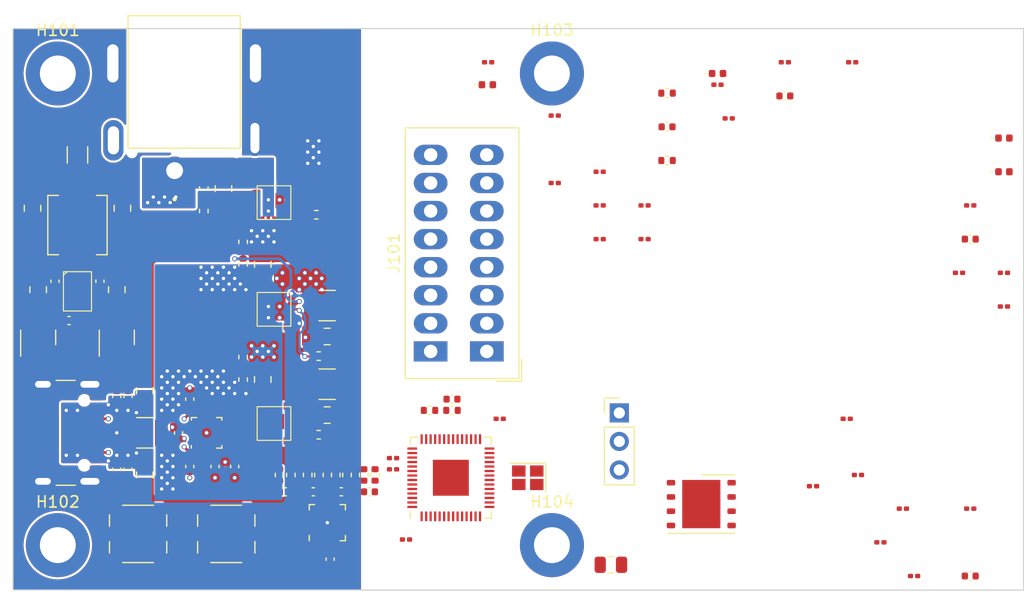
<source format=kicad_pcb>
(kicad_pcb (version 20221018) (generator pcbnew)
  (layers (0 "F.Cu" signal) (1 "In1.Cu" signal) (2 "In2.Cu" signal) (31 "B.Cu" signal) (34 "B.Paste" user) (35 "F.Paste" user) (36 "B.SilkS" user "B.Silkscreen") (37 "F.SilkS" user "F.Silkscreen") (38 "B.Mask" user) (39 "F.Mask" user) (44 "Edge.Cuts" user))
  (net 0 "")
  (net 1 "GND")
  (net 2 "Net-(C202-Pad1)")
  (net 3 "/PD Current Sense and USB-C/PP-VS+")
  (net 4 "/PD Current Sense and USB-C/PP-VS-")
  (net 5 "/PD Power Path/ADAPTER_VIN")
  (net 6 "/PD Power Path/ADAP-VSNS")
  (net 7 "/5V Power Path/VUSB_5V_SENSE")
  (net 8 "/5V Power Path/5V-PP-VS+")
  (net 9 "/5V Power Path/5V-PP-VS-")
  (net 10 "+3.3VP")
  (net 11 "Net-(U402-SENSE1+)")
  (net 12 "Net-(U402-SENSE1-)")
  (net 13 "/PD Current Sense and USB-C/VBUS_SENSE")
  (net 14 "Net-(J401-CC2)")
  (net 15 "Net-(J401-CC1)")
  (net 16 "Net-(U402-SENSE4+)")
  (net 17 "Net-(U402-SENSE4-)")
  (net 19 "Net-(U403-BOOT)")
  (net 20 "Net-(U201-VOV)")
  (net 21 "Net-(U201-ISEN)")
  (net 22 "Net-(U202-VOV)")
  (net 23 "Net-(U202-ISEN)")
  (net 24 "Net-(U403-NC{slash}SW)")
  (net 25 "Net-(U403-FB)")
  (net 26 "Net-(C416-Pad2)")
  (net 32 "Net-(D401-K)")
  (net 33 "Net-(U403-VCC)")
  (net 34 "Net-(U502-VREG_VOUT)")
  (net 35 "Net-(C512-Pad1)")
  (net 41 "Net-(U502-XIN)")
  (net 42 "Net-(D501-A)")
  (net 43 "Net-(D502-A)")
  (net 44 "Net-(D503-A)")
  (net 45 "Net-(D504-A)")
  (net 46 "/PD Current Sense and USB-C/D+")
  (net 47 "/PD Current Sense and USB-C/D-")
  (net 48 "/PD Current Sense and USB-C/SBU1")
  (net 49 "/PD Current Sense and USB-C/SBU2")
  (net 50 "Net-(J501-Pin_1)")
  (net 51 "Net-(J501-Pin_3)")
  (net 52 "/PD Power Path/PP-~{FAULT}")
  (net 53 "/PD Power Path/ADAP-~{FAULT}")
  (net 54 "Net-(U301-VOV)")
  (net 55 "/5V Power Path/VUSB_5V_~{FAULT}")
  (net 56 "Net-(U301-ISEN)")
  (net 57 "/PD Current Sense and USB-C/PD-SENSE-~{ALERT1}")
  (net 58 "/PD Current Sense and USB-C/PD-SENSE-~{ALERT2}")
  (net 59 "/PD Current Sense and USB-C/SDA")
  (net 60 "/PD Current Sense and USB-C/SCL")
  (net 61 "/PD Current Sense and USB-C/USB-C-~{INT}")
  (net 62 "/RP2040/RUN")
  (net 63 "Net-(U502-USB_DP)")
  (net 64 "Net-(U502-USB_DM)")
  (net 65 "Net-(U501-~{CS})")
  (net 66 "Net-(R508-Pad1)")
  (net 67 "Net-(U502-XOUT)")
  (net 72 "/PD Power Path/PP-EN")
  (net 73 "/PD Power Path/PP-DIR")
  (net 74 "/PD Power Path/PP-DSC")
  (net 75 "/PD Power Path/ADAP-EN")
  (net 76 "/5V Power Path/VUSB_5V_EN")
  (net 77 "/5V Power Path/VUSB_5V_DIR")
  (net 78 "/5V Power Path/VUSB_5V_DSC")
  (net 85 "/PD Current Sense and USB-C/PD-SENSE-~{PWRDN}")
  (net 87 "Net-(U501-DO(IO1))")
  (net 88 "Net-(U501-IO2)")
  (net 89 "Net-(U501-DI(IO0))")
  (net 90 "Net-(U501-CLK)")
  (net 91 "Net-(U501-IO3)")
  (net 92 "/RP2040/GPIO6")
  (net 93 "/RP2040/GPIO7")
  (net 94 "/RP2040/GPIO8")
  (net 95 "/RP2040/GPIO9")
  (net 96 "/RP2040/GPIO10")
  (net 97 "/RP2040/GPIO11")
  (net 98 "/RP2040/GPIO12")
  (net 99 "/RP2040/GPIO13")
  (net 100 "/RP2040/GPIO14")
  (net 101 "/RP2040/GPIO15")
  (net 103 "/RP2040/ADC1")
  (net 104 "/RP2040/ADC2")
  (net 105 "/RP2040/ADC3")
  (net 106 "/VBUS")
  (net 107 "/PP-5V")
  (net 108 "/PP-HV")
  (footprint "Resistor_SMD:R_0201_0603Metric" (layer "F.Cu") (at 132 84)
    (fp_text reference "R504" hide)
    (fp_text value "10K" hide)
  )
  (footprint "Resistor_SMD:R_0201_0603Metric" (layer "F.Cu") (at 91.755 89.75)
    (fp_text reference "R507" hide)
    (fp_text value "10K" hide)
  )
  (footprint "Capacitor_SMD:C_0402_1005Metric" (layer "F.Cu") (at 115 53)
    (fp_text reference "C416" hide)
    (fp_text value "11pF 50V" hide)
  )
  (footprint "Capacitor_SMD:C_0805_2012Metric" (layer "F.Cu") (at 59 67.5 90)
    (fp_text reference "C418" hide)
    (fp_text value "4.7uF 50V X5R" hide)
  )
  (footprint "Capacitor_SMD:C_0805_2012Metric" (layer "F.Cu") (at 58.5 60.25 90)
    (fp_text reference "C422" hide)
    (fp_text value "22uF 10V X5R" hide)
  )
  (footprint "Resistor_SMD:R_0201_0603Metric" (layer "F.Cu") (at 145 69)
    (fp_text reference "R513" hide)
    (fp_text value "470R" hide)
  )
  (footprint "Crystal:Crystal_SMD_EuroQuartz_X22-4Pin_2.5x2.0mm" (layer "F.Cu") (at 102.6 84.25 180)
    (fp_text reference "Y501" hide)
    (fp_text value "12.000 MHz" hide)
  )
  (footprint "usb-c:19-VQFN-Q8A-3x3x0.9-2EP" (layer "F.Cu") (at 80 79.42)
    (fp_text reference "U301" hide)
    (fp_text value "UCS3205" hide)
  )
  (footprint "Resistor_SMD:R_0402_1005Metric" (layer "F.Cu") (at 83.77 60.83)
    (fp_text reference "R212" hide)
    (fp_text value "470R" hide)
  )
  (footprint "Capacitor_SMD:C_0201_0603Metric" (layer "F.Cu") (at 99.07 47.25)
    (fp_text reference "C506" hide)
    (fp_text value "100nF 6.3V" hide)
  )
  (footprint "Capacitor_SMD:C_0201_0603Metric" (layer "F.Cu") (at 136 87)
    (fp_text reference "C511" hide)
    (fp_text value "100nF 6.3V" hide)
  )
  (footprint "Resistor_SMD:R_0201_0603Metric" (layer "F.Cu") (at 145 66)
    (fp_text reference "R510" hide)
    (fp_text value "470R" hide)
  )
  (footprint "Resistor_SMD:R_0402_1005Metric" (layer "F.Cu") (at 81.5 84 -90)
    (fp_text reference "R203" hide)
    (fp_text value "10R" hide)
  )
  (footprint "Resistor_SMD:R_0402_1005Metric" (layer "F.Cu") (at 80.5 84 -90)
    (fp_text reference "R204" hide)
    (fp_text value "10R" hide)
  )
  (footprint "Capacitor_SMD:C_0402_1005Metric" (layer "F.Cu") (at 86 85.5)
    (fp_text reference "C414" hide)
    (fp_text value "100nF" hide)
  )
  (footprint "Capacitor_SMD:C_0805_2012Metric" (layer "F.Cu") (at 84.73 78.67)
    (fp_text reference "C302" hide)
    (fp_text value "10uF 35V" hide)
  )
  (footprint "Capacitor_SMD:C_0805_2012Metric" (layer "F.Cu") (at 84.73 71.67)
    (fp_text reference "C202" hide)
    (fp_text value "10uF 35V" hide)
  )
  (footprint "Resistor_SMD:R_0201_0603Metric" (layer "F.Cu") (at 120.49 52.25)
    (fp_text reference "R511" hide)
    (fp_text value "470R" hide)
  )
  (footprint "Resistor_SMD:R_0402_1005Metric" (layer "F.Cu") (at 77.25 63.249999 90)
    (fp_text reference "R205" hide)
    (fp_text value "10K 1%" hide)
  )
  (footprint "Capacitor_SMD:C_0201_0603Metric" (layer "F.Cu") (at 141 66)
    (fp_text reference "C512" hide)
    (fp_text value "27pF" hide)
  )
  (footprint "LED_SMD:LED_0402_1005Metric" (layer "F.Cu") (at 119.5 48.25)
    (fp_text reference "D503" hide)
    (fp_text value "TZ-P2-0402GTIA1-0.45T" hide)
  )
  (footprint "digikey:CUI_PJ-068B-SMT-TR" (layer "F.Cu") (at 72 49 -90)
    (fp_text reference "J201" hide)
    (fp_text value "PJ-068B-SMT-TR" hide)
    (fp_line (start -4.7 -5.15) (end -4.7 -12.15) (stroke (width 0.01)) (layer "Edge.Cuts"))
    (fp_line (start -4.7 5.15) (end 6.3 5.15) (stroke (width 0.01)) (layer "Edge.Cuts"))
    (fp_line (start -4.7 12.15) (end -4.7 5.15) (stroke (width 0.01)) (layer "Edge.Cuts"))
    (fp_line (start 6.3 -5.15) (end -4.7 -5.15) (stroke (width 0.01)) (layer "Edge.Cuts"))
    (fp_line (start 6.3 -4.15) (end 6.3 4.15) (stroke (width 0.01)) (layer "Edge.Cuts"))
    (fp_arc (start 6.3 -5.15) (mid 6.653553 -5.003553) (end 6.8 -4.65) (stroke (width 0.01)) (layer "Edge.Cuts"))
    (fp_arc (start 6.3 4.15) (mid 6.653553 4.296447) (end 6.8 4.65) (stroke (width 0.01)) (layer "Edge.Cuts"))
    (fp_arc (start 6.8 -4.65) (mid 6.653553 -4.296447) (end 6.3 -4.15) (stroke (width 0.01)) (layer "Edge.Cuts"))
    (fp_arc (start 6.8 4.65) (mid 6.653553 5.003553) (end 6.3 5.15) (stroke (width 0.01)) (layer "Edge.Cuts"))
  )
  (footprint "usb-c:TI-RNX0012A-VQFN-HR" (layer "F.Cu") (at 62.5 67.65 -90)
    (fp_text reference "U403" hide)
    (fp_text value "LMR36006CRNX" hide)
  )
  (footprint "Package_TO_SOT_SMD:SOT-23" (layer "F.Cu") (at 66 71.75 90)
    (fp_text reference "D401" hide)
    (fp_text value "PMEG3005CT" hide)
  )
  (footprint "Package_DFN_QFN:VQFN-16-1EP_3x3mm_P0.5mm_EP1.1x1.1mm" (layer "F.Cu") (at 84.75 88.25 90)
    (fp_text reference "U402" hide)
    (fp_text value "PAC1954x-x4MX" hide)
  )
  (footprint "Resistor_SMD:R_0402_1005Metric" (layer "F.Cu") (at 86.5 84 -90)
    (fp_text reference "R407" hide)
    (fp_text value "10R" hide)
  )
  (footprint "Capacitor_SMD:C_0201_0603Metric" (layer "F.Cu") (at 100.1 79)
    (fp_text reference "C504" hide)
    (fp_text value "100nF 6.3V" hide)
  )
  (footprint "Capacitor_SMD:C_0402_1005Metric" (layer "F.Cu") (at 60.5 66.749999 90)
    (fp_text reference "C420" hide)
    (fp_text value "0.1uF 50V X5R" hide)
  )
  (footprint "Resistor_SMD:R_0201_0603Metric" (layer "F.Cu") (at 105 52)
    (fp_text reference "R503" hide)
    (fp_text value "10K" hide)
  )
  (footprint "Inductor_SMD:L_Vishay_IHLP-2020" (layer "F.Cu") (at 62.5 61.75 90)
    (fp_text reference "L401" hide)
    (fp_text value "6.8uH IHLP2020BZER6R8M01" hide)
  )
  (footprint "Resistor_SMD:R_0201_0603Metric" (layer "F.Cu") (at 90.6 82.5)
    (fp_text reference "R506" hide)
    (fp_text value "27R4" hide)
  )
  (footprint "Capacitor_SMD:C_0201_0603Metric" (layer "F.Cu") (at 125.49 47.25)
    (fp_text reference "C509" hide)
    (fp_text value "100nF 6.3V" hide)
  )
  (footprint "Resistor_SMD:R_0402_1005Metric" (layer "F.Cu") (at 95.85 78.25)
    (fp_text reference "R213" hide)
    (fp_text value "1K 1%" hide)
  )
  (footprint "MountingHole:MountingHole_3.2mm_M3_ISO7380_Pad" (layer "F.Cu") (at 60.75 90.25)
    (fp_text reference "H102")
    (fp_text value "MountingHole")
  )
  (footprint "Connector_PinHeader_2.54mm:PinHeader_1x03_P2.54mm_Vertical" (layer "F.Cu") (at 110.75 78.475)
    (fp_text reference "J501" hide)
    (fp_text value "Conn_01x03" hide)
  )
  (footprint "Capacitor_SMD:C_0402_1005Metric" (layer "F.Cu") (at 64.5 66.749999 90)
    (fp_text reference "C419" hide)
    (fp_text value "0.1uF 50V X5R" hide)
  )
  (footprint "Resistor_SMD:R_0402_1005Metric" (layer "F.Cu") (at 77.25 75.5 90)
    (fp_text reference "R302" hide)
    (fp_text value "34K 1%" hide)
  )
  (footprint "Resistor_SMD:R_0402_1005Metric" (layer "F.Cu") (at 73.75 58.5 -90)
    (fp_text reference "R208" hide)
    (fp_text value "165K 1%" hide)
  )
  (footprint "Button_Switch_SMD:SW_SPST_Panasonic_EVQPL_3PL_5PL_PT_A15" (layer "F.Cu") (at 75.75 89.25)
    (fp_text reference "SW501" hide)
    (fp_text value "RUN" hide)
  )
  (footprint "Capacitor_SMD:C_0402_1005Metric" (layer "F.Cu") (at 85 91.5 90)
    (fp_text reference "C405" hide)
    (fp_text value "0.1uF 10V X7R" hide)
  )
  (footprint "Connector_USB:USB_C_Receptacle_GCT_USB4105-xx-A_16P_TopMnt_Horizontal" (layer "F.Cu") (at 60.5 80.25 -90)
    (fp_text reference "J401" hide)
    (fp_text value "USB_C_Receptacle_USB2.0" hide)
  )
  (footprint "Resistor_SMD:R_0402_1005Metric" (layer "F.Cu") (at 83.98 80.42)
    (fp_text reference "R307" hide)
    (fp_text value "470R" hide)
  )
  (footprint "Capacitor_SMD:C_0402_1005Metric" (layer "F.Cu") (at 81 85.5 180)
    (fp_text reference "C203" hide)
    (fp_text value "100nF" hide)
  )
  (footprint "Resistor_SMD:R_0402_1005Metric" (layer "F.Cu") (at 73.75 60.500001 -90)
    (fp_text reference "R210" hide)
    (fp_text value "10K 1%" hide)
  )
  (footprint "usb-c:19-VQFN-Q8A-3x3x0.9-2EP" (layer "F.Cu") (at 80 59.75)
    (fp_text reference "U202" hide)
    (fp_text value "UCS3205" hide)
  )
  (footprint "Resistor_SMD:R_1210_3225Metric" (layer "F.Cu") (at 68.5 80.25)
    (fp_text reference "R401" hide)
    (fp_text value "0.018R 1W 1%" hide)
  )
  (footprint "Package_DFN_QFN:QFN-56-1EP_7x7mm_P0.4mm_EP3.2x3.2mm" (layer "F.Cu") (at 95.75 84.25 90)
    (fp_text reference "U502" hide)
    (fp_text value "RP2040" hide)
  )
  (footprint "Resistor_SMD:R_0402_1005Metric" (layer "F.Cu") (at 84 84 -90)
    (fp_text reference "R402" hide)
    (fp_text value "10R" hide)
  )
  (footprint "MountingHole:MountingHole_3.2mm_M3_ISO7380_Pad" (layer "F.Cu") (at 104.75 48.25)
    (fp_text reference "H103")
    (fp_text value "MountingHole")
  )
  (footprint "Resistor_SMD:R_0201_0603Metric" (layer "F.Cu") (at 84 91.25 90)
    (fp_text reference "R404" hide)
    (fp_text value "10K" hide)
  )
  (footprint "Capacitor_SMD:C_0402_1005Metric" (layer "F.Cu") (at 67 77 90)
    (fp_text reference "C407" hide)
    (fp_text value "0.1uF 50V X5R" hide)
  )
  (footprint "Capacitor_SMD:C_0201_0603Metric" (layer "F.Cu") (at 142 60)
    (fp_text reference "C513" hide)
    (fp_text value "27pF" hide)
  )
  (footprint "Capacitor_SMD:C_0805_2012Metric" (layer "F.Cu") (at 79 75.5 90)
    (fp_text reference "C301" hide)
    (fp_text value "22UF 35V X5R" hide)
  )
  (footprint "Capacitor_SMD:C_0402_1005Metric" (layer "F.Cu") (at 88.5 85.5)
    (fp_text reference "C303" hide)
    (fp_text value "100nF" hide)
  )
  (footprint "Resistor_SMD:R_0201_0603Metric" (layer "F.Cu") (at 109 57)
    (fp_text reference "R508" hide)
    (fp_text value "1K" hide)
  )
  (footprint "Capacitor_SMD:C_0402_1005Metric" (layer "F.Cu") (at 66 77 90)
    (fp_text reference "C406" hide)
    (fp_text value "0.1uF 50V X5R" hide)
  )
  (footprint "Resistor_SMD:R_0402_1005Metric" (layer "F.Cu") (at 85.5 84 -90)
    (fp_text reference "R406" hide)
    (fp_text value "10R" hide)
  )
  (footprint "Capacitor_SMD:C_0402_1005Metric" (layer "F.Cu") (at 72.5 83.25 90)
    (fp_text reference "C412" hide)
    (fp_text value "330pF 50V" hide)
  )
  (footprint "Resistor_SMD:R_0201_0603Metric" (layer "F.Cu") (at 81.655 88.5)
    (fp_text reference "R405" hide)
    (fp_text value "10K" hide)
  )
  (footprint "Resistor_SMD:R_0402_1005Metric" (layer "F.Cu") (at 77.25 65.25 90)
    (fp_text reference "R202" hide)
    (fp_text value "165K 1%" hide)
  )
  (footprint "usb-c:19-VQFN-Q8A-3x3x0.9-2EP" (layer "F.Cu") (at 80 69.25)
    (fp_text reference "U201" hide)
    (fp_text value "UCS3205" hide)
  )
  (footprint "Capacitor_SMD:C_0402_1005Metric" (layer "F.Cu") (at 71.5 80.25 -90)
    (fp_text reference "C402" hide)
    (fp_text value "0.1uF 50V X5R" hide)
  )
  (footprint "Resistor_SMD:R_1206_3216Metric" (layer "F.Cu") (at 62.5 55.500001 90)
    (fp_text reference "R408" hide)
    (fp_text value "0.060R 1W 1%" hide)
  )
  (footprint "Capacitor_SMD:C_0402_1005Metric" (layer "F.Cu") (at 95.85 77.25 180)
    (fp_text reference "C206" hide)
    (fp_text value "100nF" hide)
  )
  (footprint "Capacitor_SMD:C_0402_1005Metric" (layer "F.Cu") (at 61.75 70.250001)
    (fp_text reference "C421" hide)
    (fp_text value "1uF 10V X7S" hide)
  )
  (footprint "Resistor_SMD:R_1210_3225Metric" (layer "F.Cu") (at 84.73 68.92)
    (fp_text reference "R201" hide)
    (fp_text value "0.018R 1W 1%" hide)
  )
  (footprint "Capacitor_SMD:C_0805_2012Metric" (layer "F.Cu") (at 66 67.5 90)
    (fp_text reference "C417" hide)
    (fp_text value "4.7uF 50V X5R" hide)
  )
  (footprint "Capacitor_SMD:C_0402_1005Metric" (layer "F.Cu") (at 125.49 50.25)
    (fp_text reference "C502" hide)
    (fp_text value "1uF 6.3V" hide)
  )
  (footprint "Resistor_SMD:R_0402_1005Metric" (layer "F.Cu") (at 83.98 73.42)
    (fp_text reference "R206" hide)
    (fp_text value "470R" hide)
  )
  (footprint "Resistor_SMD:R_0402_1005Metric" (layer "F.Cu") (at 83 84 -90)
    (fp_text reference "R403" hide)
    (fp_text value "10R" hide)
  )
  (footprint "Capacitor_SMD:C_0201_0603Metric" (layer "F.Cu") (at 137 93)
    (fp_text reference "C508" hide)
    (fp_text value "100nF 6.3V" hide)
  )
  (footprint "MountingHole:MountingHole_3.2mm_M3_ISO7380_Pad" (layer "F.Cu") (at 104.75 90.25)
    (fp_text reference "H104")
    (fp_text value "MountingHole")
  )
  (footprint "Capacitor_SMD:C_0805_2012Metric" (layer "F.Cu") (at 110 92)
    (fp_text reference "C205" hide)
    (fp_text value "10uF 35V" hide)
  )
  (footprint "Resistor_SMD:R_0201_0603Metric" (layer "F.Cu") (at 109 60)
    (fp_text reference "R501" hide)
    (fp_text value "4.7K" hide)
  )
  (footprint "Resistor_SMD:R_0201_0603Metric" (layer "F.Cu") (at 109 63)
    (fp_text reference "R209" hide)
    (fp_text value "10K" hide)
  )
  (footprint "Capacitor_SMD:C_0201_0603Metric" (layer "F.Cu") (at 142 87)
    (fp_text reference "C507" hide)
    (fp_text value "100nF 6.3V" hide)
  )
  (footprint "Capacitor_SMD:C_0402_1005Metric" (layer "F.Cu") (at 142 93)
    (fp_text reference "C501" hide)
    (fp_text value "1uF 6.3V" hide)
  )
  (footprint "Capacitor_SMD:C_0402_1005Metric" (layer "F.Cu") (at 66 83.5 -90)
    (fp_text reference "C408" hide)
    (fp_text value "0.1uF 50V X5R" hide)
  )
  (footprint "Capacitor_SMD:C_0805_2012Metric" (layer "F.Cu") (at 75.5 58.5 -90)
    (fp_text reference "C204" hide)
    (fp_text value "22UF 35V X5R" hide)
  )
  (footprint "LED_SMD:LED_0402_1005Metric" (layer "F.Cu") (at 99 49.25)
    (fp_text reference "D502" hide)
    (fp_text value "TZ-P2-0402GTIA1-0.45T" hide)
  )
  (footprint "Resistor_SMD:R_0201_0603Metric" (layer "F.Cu") (at 113 60)
    (fp_text reference "R306" hide)
    (fp_text value "10K" hide)
  )
  (footprint "Capacitor_SMD:C_0805_2012Metric" (layer "F.Cu") (at 68.5 84 -90)
    (fp_text reference "C411" hide)
    (fp_text value "4.7uF 50V X5R" hide)
  )
  (footprint "Capacitor_SMD:C_0805_2012Metric" (layer "F.Cu") (at 79 65.25 90)
    (fp_text reference "C201" hide)
    (fp_text value "22UF 35V X5R" hide)
  )
  (footprint "Resistor_SMD:R_1210_3225Metric" (layer "F.Cu") (at 84.73 75.92)
    (fp_text reference "R301" hide)
    (fp_text value "0.018R 1W 1%" hide)
  )
  (footprint "Package_DFN_QFN:WQFN-14-1EP_2.5x2.5mm_P0.5mm_EP1.45x1.45mm" (layer "F.Cu") (at 74 80.25 90)
    (fp_text reference "U401" hide)
    (fp_text value "FUSB302BMPX" hide)
  )
  (footprint "Capacitor_SMD:C_0402_1005Metric" (layer "F.Cu") (at 67 83.5 -90)
    (fp_text reference "C409" hide)
    (fp_text value "0.1uF 50V X5R" hide)
  )
  (footprint "Capacitor_SMD:C_0402_1005Metric" (layer "F.Cu") (at 142 63)
    (fp_text reference "C415" hide)
    (fp_text value "0.1uF 10V X7R" hide)
  )
  (footprint "Resistor_SMD:R_0201_0603Metric" (layer "F.Cu") (at 128 85)
    (fp_text reference "R207" hide)
    (fp_text value "10K" hide)
  )
  (footprint "Resistor_SMD:R_0201_0603Metric" (layer "F.Cu") (at 105 58)
    (fp_text reference "R502" hide)
    (fp_text value "4.7K" hide)
  )
  (footprint "Resistor_SMD:R_0201_0603Metric" (layer "F.Cu") (at 90.6 83.5)
    (fp_text reference "R505" hide)
    (fp_text value "27R4" hide)
  )
  (footprint "Button_Switch_SMD:SW_SPST_Panasonic_EVQPL_3PL_5PL_PT_A15" (layer "F.Cu") (at 67.9 89.25)
    (fp_text reference "SW502" hide)
    (fp_text value "BOOT" hide)
  )
  (footprint "Capacitor_SMD:C_0805_2012Metric" (layer "F.Cu") (at 68.5 76.5 90)
    (fp_text reference "C410" hide)
    (fp_text value "4.7uF 50V X5R" hide)
  )
  (footprint "LED_SMD:LED_0402_1005Metric" (layer "F.Cu") (at 145 54)
    (fp_text reference "D501" hide)
    (fp_text value "TZ-P2-0402GTIA1-0.45T" hide)
  )
  (footprint "Capacitor_SMD:C_0402_1005Metric" (layer "F.Cu") (at 76.5 83.25 -90)
    (fp_text reference "C401" hide)
    (fp_text value "0.1uF 50V X5R" hide)
  )
  (footprint "Capacitor_SMD:C_0402_1005Metric" (layer "F.Cu") (at 72.5 77.25 -90)
    (fp_text reference "C413" hide)
    (fp_text value "330pF 50V" hide)
  )
  (footprint "Resistor_SMD:R_0402_1005Metric" (layer "F.Cu") (at 89 84 -90)
    (fp_text reference "R304" hide)
    (fp_text value "10R" hide)
  )
  (footprint "Package_TO_SOT_SMD:SOT-23" (layer "F.Cu") (at 59 71.75 90)
    (fp_text reference "D402" hide)
    (fp_text value "PMEG3005CT" hide)
  )
  (footprint "TerminalBlock_Phoenix:TerminalBlock_Phoenix_PTSM-0,5-8-2.5-H-THR_1x08_P2.50mm_Horizontal" (layer "F.Cu") (at 98.95 73 90)
    (fp_text reference "J101")
    (fp_text value "Conn_01x08_Socket")
  )
  (footprint "Capacitor_SMD:C_0402_1005Metric" (layer "F.Cu") (at 83.5 85.5 180)
    (fp_text reference "C404" hide)
    (fp_text value "100nF" hide)
  )
  (footprint "Resistor_SMD:R_0201_0603Metric" (layer "F.Cu") (at 119.49 49.25)
    (fp_text reference "R512" hide)
    (fp_text value "470R" hide)
  )
  (footprint "Capacitor_SMD:C_0805_2012Metric" (layer "F.Cu") (at 66.5 60.25 90)
    (fp_text reference "C423" hide)
    (fp_text value "22uF 10V X5R" hide)
  )
  (footprint "Resistor_SMD:R_0402_1005Metric" (layer "F.Cu") (at 88 84 -90)
    (fp_text reference "R303" hide)
    (fp_text value "10R" hide)
  )
  (footprint "Resistor_SMD:R_0201_0603Metric" (layer "F.Cu") (at 131 79)
    (fp_text reference "R509" hide)
    (fp_text value "1K" hide)
  )
  (footprint "Resistor_SMD:R_0402_1005Metric" (layer "F.Cu") (at 115 50)
    (fp_text reference "R410" hide)
    (fp_text value "43.2K" hide)
  )
  (footprint "MountingHole:MountingHole_3.2mm_M3_ISO7380_Pad" (layer "F.Cu") (at 60.75 48.25)
    (fp_text reference "H101")
    (fp_text value "MountingHole")
  )
  (footprint "Resistor_SMD:R_0402_1005Metric" (layer "F.Cu") (at 93.85 78.25)
    (fp_text reference "R211" hide)
    (fp_text value "5.62K 1%" hide)
  )
  (footprint "Package_SON:WSON-8-1EP_6x5mm_P1.27mm_EP3.4x4.3mm" (layer "F.Cu") (at 118.05 86.595)
    (fp_text reference "U501" hide)
    (fp_text value "W25Q128JVPIQ" hide)
  )
  (footprint "Resistor_SMD:R_0402_1005Metric" (layer "F.Cu") (at 115 56)
    (fp_text reference "R409" hide)
    (fp_text value "100K" hide)
  )
  (footprint "Resistor_SMD:R_0402_1005Metric" (layer "F.Cu") (at 77.25 73.5 90)
    (fp_text reference "R305" hide)
    (fp_text value "10K 1%" hide)
  )
  (footprint "Capacitor_SMD:C_0402_1005Metric" (layer "F.Cu") (at 74.75 83.25 -90)
    (fp_text reference "C403" hide)
    (fp_text value "1uF 10V X7S" hide)
  )
  (footprint "Capacitor_SMD:C_0201_0603Metric" (layer "F.Cu") (at 134 90)
    (fp_text reference "C505" hide)
    (fp_text value "100nF 6.3V" hide)
  )
  (footprint "Capacitor_SMD:C_0201_0603Metric" (layer "F.Cu") (at 113 63)
    (fp_text reference "C503" hide)
    (fp_text value "100nF 6.3V" hide)
  )
  (footprint "Capacitor_SMD:C_0201_0603Metric" (layer "F.Cu") (at 131.49 47.25)
    (fp_text reference "C510" hide)
    (fp_text value "100nF 6.3V" hide)
  )
  (footprint "LED_SMD:LED_0402_1005Metric" (layer "F.Cu") (at 145 57)
    (fp_text reference "D504" hide)
    (fp_text value "TZ-P2-0402GTIA1-0.45T" hide)
  )
  (gr_rect (start 56.75 44.25) (end 146.75 94.25) (stroke (width 0.1)) (fill none) (layer "Edge.Cuts"))
  (via (at 83 54.25) (size 0.45) (drill 0.3) (layers "F.Cu" "B.Cu") (net 1))
  (via (at 83.5 54.75) (size 0.45) (drill 0.3) (layers "F.Cu" "B.Cu") (net 1))
  (via (at 82.25 70.5) (size 0.45) (drill 0.3) (layers "F.Cu" "B.Cu") (net 1))
  (via (at 83 56.25) (size 0.45) (drill 0.3) (layers "F.Cu" "B.Cu") (net 1))
  (via (at 79 62.25) (size 0.45) (drill 0.3) (layers "F.Cu" "B.Cu") (net 1))
  (via (at 80 62.25) (size 0.45) (drill 0.3) (layers "F.Cu" "B.Cu") (net 1))
  (via (at 72 80.75) (size 0.45) (drill 0.3) (layers "F.Cu" "B.Cu") (net 1))
  (via (at 72.5 76.25) (size 0.45) (drill 0.3) (layers "F.Cu" "B.Cu") (net 1))
  (via (at 83 55.25) (size 0.45) (drill 0.3) (layers "F.Cu" "B.Cu") (net 1))
  (via (at 79 73.5) (size 0.45) (drill 0.3) (layers "F.Cu" "B.Cu") (net 1))
  (via (at 80 63.25) (size 0.45) (drill 0.3) (layers "F.Cu" "B.Cu") (net 1))
  (via (at 84.75 88.25) (size 0.45) (drill 0.3) (layers "F.Cu" "B.Cu") (net 1))
  (via (at 79 63.25) (size 0.45) (drill 0.3) (layers "F.Cu" "B.Cu") (net 1))
  (via (at 79 72.5) (size 0.45) (drill 0.3) (layers "F.Cu" "B.Cu") (net 1))
  (via (at 74 80.25) (size 0.45) (drill 0.3) (layers "F.Cu" "B.Cu") (net 1))
  (via (at 81.55 67.85) (size 0.45) (drill 0.3) (layers "F.Cu" "B.Cu") (net 1))
  (via (at 78 73.5) (size 0.45) (drill 0.3) (layers "F.Cu" "B.Cu") (net 1))
  (via (at 80 73.5) (size 0.45) (drill 0.3) (layers "F.Cu" "B.Cu") (net 1))
  (via (at 79.5 73) (size 0.45) (drill 0.3) (layers "F.Cu" "B.Cu") (net 1))
  (via (at 78 62.25) (size 0.45) (drill 0.3) (layers "F.Cu" "B.Cu") (net 1))
  (via (at 84 56.25) (size 0.45) (drill 0.3) (layers "F.Cu" "B.Cu") (net 1))
  (via (at 84 55.25) (size 0.45) (drill 0.3) (layers "F.Cu" "B.Cu") (net 1))
  (via (at 78 63.25) (size 0.45) (drill 0.3) (layers "F.Cu" "B.Cu") (net 1))
  (via (at 84 54.25) (size 0.45) (drill 0.3) (layers "F.Cu" "B.Cu") (net 1))
  (via (at 83.5 55.75) (size 0.45) (drill 0.3) (layers "F.Cu" "B.Cu") (net 1))
  (via (at 78 72.5) (size 0.45) (drill 0.3) (layers "F.Cu" "B.Cu") (net 1))
  (via (at 79.5 62.75) (size 0.45) (drill 0.3) (layers "F.Cu" "B.Cu") (net 1))
  (via (at 78.5 73) (size 0.45) (drill 0.3) (layers "F.Cu" "B.Cu") (net 1))
  (via (at 78.5 62.75) (size 0.45) (drill 0.3) (layers "F.Cu" "B.Cu") (net 1))
  (via (at 76.5 84.25) (size 0.45) (drill 0.3) (layers "F.Cu" "B.Cu") (net 1))
  (via (at 80 72.5) (size 0.45) (drill 0.3) (layers "F.Cu" "B.Cu") (net 1))
  (via (at 74.75 84.25) (size 0.45) (drill 0.3) (layers "F.Cu" "B.Cu") (net 1))
  (via (at 82.75 66) (size 0.45) (drill 0.3) (layers "F.Cu" "B.Cu") (net 2))
  (via (at 80.75 67) (size 0.45) (drill 0.3) (layers "F.Cu" "B.Cu") (net 2))
  (via (at 82.75 67) (size 0.45) (drill 0.3) (layers "F.Cu" "B.Cu") (net 2))
  (via (at 80.5 70) (size 0.45) (drill 0.3) (layers "F.Cu" "B.Cu") (net 2))
  (via (at 80.5 59.5) (size 0.45) (drill 0.3) (layers "F.Cu" "B.Cu") (net 2))
  (via (at 80.75 66) (size 0.45) (drill 0.3) (layers "F.Cu" "B.Cu") (net 2))
  (via (at 83.25 66.5) (size 0.45) (drill 0.3) (layers "F.Cu" "B.Cu") (net 2))
  (via (at 82.8 71.75) (size 0.45) (drill 0.3) (layers "F.Cu" "B.Cu") (net 2))
  (via (at 83.75 67) (size 0.45) (drill 0.3) (layers "F.Cu" "B.Cu") (net 2))
  (via (at 84.25 66.5) (size 0.45) (drill 0.3) (layers "F.Cu" "B.Cu") (net 2))
  (via (at 82.25 66.5) (size 0.45) (drill 0.3) (layers "F.Cu" "B.Cu") (net 2))
  (via (at 80.5 69) (size 0.45) (drill 0.3) (layers "F.Cu" "B.Cu") (net 2))
  (via (at 82.25 67.5) (size 0.45) (drill 0.3) (layers "F.Cu" "B.Cu") (net 2))
  (via (at 80.25 66.5) (size 0.45) (drill 0.3) (layers "F.Cu" "B.Cu") (net 2))
  (via (at 84.25 67.5) (size 0.45) (drill 0.3) (layers "F.Cu" "B.Cu") (net 2))
  (via (at 83.75 66) (size 0.45) (drill 0.3) (layers "F.Cu" "B.Cu") (net 2))
  (via (at 70.25 59.25) (size 0.45) (drill 0.3) (layers "F.Cu" "B.Cu") (net 5))
  (via (at 79.5 59.5) (size 0.45) (drill 0.3) (layers "F.Cu" "B.Cu") (net 5))
  (via (at 69.25 59.25) (size 0.45) (drill 0.3) (layers "F.Cu" "B.Cu") (net 5))
  (via (at 71.25 59.25) (size 0.45) (drill 0.3) (layers "F.Cu" "B.Cu") (net 5))
  (via (at 79.5 60.5) (size 0.45) (drill 0.3) (layers "F.Cu" "B.Cu") (net 5))
  (via (at 69.75 59.75) (size 0.45) (drill 0.3) (layers "F.Cu" "B.Cu") (net 5))
  (via (at 70.75 59.75) (size 0.45) (drill 0.3) (layers "F.Cu" "B.Cu") (net 5))
  (via (at 68.75 59.75) (size 0.45) (drill 0.3) (layers "F.Cu" "B.Cu") (net 5))
  (segment (start 71.35 79.75) (end 71.5 79.77) (width 0.25) (layer "F.Cu") (net 10))
  (segment (start 72.7375 80) (end 71.73 80) (width 0.25) (layer "F.Cu") (net 10))
  (segment (start 72.7375 80.5) (end 72.7375 80) (width 0.25) (layer "F.Cu") (net 10))
  (segment (start 71.73 80) (end 71.35 79.75) (width 0.25) (layer "F.Cu") (net 10))
  (via (at 70.95 79.75) (size 0.45) (drill 0.3) (layers "F.Cu" "B.Cu") (net 10))
  (via (at 72.5 84.25) (size 0.45) (drill 0.3) (layers "F.Cu" "B.Cu") (net 10))
  (via (at 75.65 82.85) (size 0.45) (drill 0.3) (layers "F.Cu" "B.Cu") (net 10))
  (via (at 67.75 78.45) (size 0.45) (drill 0.3) (layers "F.Cu" "B.Cu") (net 13))
  (via (at 65.25 82.75) (size 0.45) (drill 0.3) (layers "F.Cu" "B.Cu") (net 13))
  (via (at 62.5 78.25) (size 0.45) (drill 0.3) (layers "F.Cu" "B.Cu") (net 13))
  (via (at 66 78.25) (size 0.45) (drill 0.3) (layers "F.Cu" "B.Cu") (net 13))
  (via (at 61.5 82.25) (size 0.45) (drill 0.3) (layers "F.Cu" "B.Cu") (net 13))
  (via (at 67 82.25) (size 0.45) (drill 0.3) (layers "F.Cu" "B.Cu") (net 13))
  (via (at 66 82.25) (size 0.45) (drill 0.3) (layers "F.Cu" "B.Cu") (net 13))
  (via (at 67.75 82.05) (size 0.45) (drill 0.3) (layers "F.Cu" "B.Cu") (net 13))
  (via (at 66 80.25) (size 0.45) (drill 0.3) (layers "F.Cu" "B.Cu") (net 13))
  (via (at 61.5 78.25) (size 0.45) (drill 0.3) (layers "F.Cu" "B.Cu") (net 13))
  (via (at 62.5 82.25) (size 0.45) (drill 0.3) (layers "F.Cu" "B.Cu") (net 13))
  (via (at 65.25 77.75) (size 0.45) (drill 0.3) (layers "F.Cu" "B.Cu") (net 13))
  (via (at 67 78.25) (size 0.45) (drill 0.3) (layers "F.Cu" "B.Cu") (net 13))
  (segment (start 72.98 82.77) (end 72.5 82.77) (width 0.25) (layer "F.Cu") (net 14))
  (segment (start 72.7375 81) (end 73.25 81.5125) (width 0.25) (layer "F.Cu") (net 14))
  (segment (start 72.5 82) (end 72 81.5) (width 0.25) (layer "F.Cu") (net 14))
  (segment (start 73.25 81.5125) (end 73.5 81.5125) (width 0.25) (layer "F.Cu") (net 14))
  (segment (start 73.5 82.25) (end 72.98 82.77) (width 0.25) (layer "F.Cu") (net 14))
  (segment (start 72.5 82.77) (end 72.5 82) (width 0.25) (layer "F.Cu") (net 14))
  (segment (start 73.5 81.5125) (end 73.5 82.25) (width 0.25) (layer "F.Cu") (net 14))
  (segment (start 65.25 82) (end 64.18 82) (width 0.25) (layer "F.Cu") (net 14))
  (via (at 72 81.5) (size 0.45) (drill 0.3) (layers "F.Cu" "B.Cu") (net 14))
  (via (at 65.25 82) (size 0.45) (drill 0.3) (layers "F.Cu" "B.Cu") (net 14))
  (segment (start 65.25 79) (end 64.18 79) (width 0.25) (layer "F.Cu") (net 15))
  (segment (start 72.7375 79.5) (end 73.25 78.9875) (width 0.25) (layer "F.Cu") (net 15))
  (segment (start 72.98 77.73) (end 73.5 78.25) (width 0.25) (layer "F.Cu") (net 15))
  (segment (start 72.5 77.73) (end 72.98 77.73) (width 0.25) (layer "F.Cu") (net 15))
  (segment (start 73.25 78.9875) (end 73.5 78.9875) (width 0.25) (layer "F.Cu") (net 15))
  (segment (start 72.5 77.73) (end 72.5 78.5) (width 0.25) (layer "F.Cu") (net 15))
  (segment (start 73.5 78.25) (end 73.5 78.9875) (width 0.25) (layer "F.Cu") (net 15))
  (segment (start 72.5 78.5) (end 72 79) (width 0.25) (layer "F.Cu") (net 15))
  (via (at 65.25 79) (size 0.45) (drill 0.3) (layers "F.Cu" "B.Cu") (net 15))
  (via (at 72 79) (size 0.45) (drill 0.3) (layers "F.Cu" "B.Cu") (net 15))
  (segment (start 77.25 63.759999) (end 77.25 64.74) (width 0.25) (layer "F.Cu") (net 20))
  (segment (start 82.254269 68.552038) (end 82.181923 68.552038) (width 0.25) (layer "F.Cu") (net 20))
  (segment (start 76.5 64.75) (end 77.24 64.75) (width 0.25) (layer "F.Cu") (net 20))
  (segment (start 82.181923 68.552038) (end 81.983961 68.75) (width 0.25) (layer "F.Cu") (net 20))
  (segment (start 81.983961 68.75) (end 81.55 68.75) (width 0.25) (layer "F.Cu") (net 20))
  (segment (start 77.24 64.75) (end 77.25 64.74) (width 0.25) (layer "F.Cu") (net 20))
  (via (at 82.254269 68.552038) (size 0.45) (drill 0.3) (layers "F.Cu" "B.Cu") (net 20))
  (via (at 76.5 64.75) (size 0.45) (drill 0.3) (layers "F.Cu" "B.Cu") (net 20))
  (segment (start 81 68.077818) (end 81 67.622182) (width 0.25) (layer "B.Cu") (net 20))
  (segment (start 81.5 65.75) (end 80.5 64.75) (width 0.25) (layer "B.Cu") (net 20))
  (segment (start 81.47422 68.552038) (end 81 68.077818) (width 0.25) (layer "B.Cu") (net 20))
  (segment (start 80.5 64.75) (end 76.5 64.75) (width 0.25) (layer "B.Cu") (net 20))
  (segment (start 81 67.622182) (end 81.5 67.122182) (width 0.25) (layer "B.Cu") (net 20))
  (segment (start 81.5 67.122182) (end 81.5 65.75) (width 0.25) (layer "B.Cu") (net 20))
  (segment (start 82.254269 68.552038) (end 81.47422 68.552038) (width 0.25) (layer "B.Cu") (net 20))
  (segment (start 81.55 69.25) (end 82.15 69.25) (width 0.2) (layer "F.Cu") (net 21))
  (segment (start 82.75 73.45) (end 83.44 73.45) (width 0.2) (layer "F.Cu") (net 21))
  (segment (start 83.44 73.45) (end 83.47 73.42) (width 0.2) (layer "F.Cu") (net 21))
  (segment (start 82.15 69.25) (end 82.25 69.35) (width 0.2) (layer "F.Cu") (net 21))
  (via (at 82.25 69.35) (size 0.45) (drill 0.3) (layers "F.Cu" "B.Cu") (net 21))
  (via (at 82.75 73.45) (size 0.45) (drill 0.3) (layers "F.Cu" "B.Cu") (net 21))
  (segment (start 82.275 71.425) (end 82.275 72.975) (width 0.2) (layer "B.Cu") (net 21))
  (segment (start 82.775 69.875) (end 82.775 70.925) (width 0.2) (layer "B.Cu") (net 21))
  (segment (start 82.275 72.975) (end 82.75 73.45) (width 0.2) (layer "B.Cu") (net 21))
  (segment (start 82.25 69.35) (end 82.775 69.875) (width 0.2) (layer "B.Cu") (net 21))
  (segment (start 82.775 70.925) (end 82.275 71.425) (width 0.2) (layer "B.Cu") (net 21))
  (via (at 70 85.25) (size 0.45) (drill 0.3) (layers "F.Cu" "B.Cu") (net 106))
  (via (at 74.5 66.5) (size 0.45) (drill 0.3) (layers "F.Cu" "B.Cu") (net 106))
  (via (at 74.5 67.5) (size 0.45) (drill 0.3) (layers "F.Cu" "B.Cu") (net 106))
  (via (at 70.5 82.75) (size 0.45) (drill 0.3) (layers "F.Cu" "B.Cu") (net 106))
  (via (at 76 66) (size 0.45) (drill 0.3) (layers "F.Cu" "B.Cu") (net 106))
  (via (at 77 67) (size 0.45) (drill 0.3) (layers "F.Cu" "B.Cu") (net 106))
  (via (at 76.5 65.5) (size 0.45) (drill 0.3) (layers "F.Cu" "B.Cu") (net 106))
  (via (at 70.5 83.75) (size 0.45) (drill 0.3) (layers "F.Cu" "B.Cu") (net 106))
  (via (at 70 76.25) (size 0.45) (drill 0.3) (layers "F.Cu" "B.Cu") (net 106))
  (via (at 74 66) (size 0.45) (drill 0.3) (layers "F.Cu" "B.Cu") (net 106))
  (via (at 79.5 69) (size 0.45) (drill 0.3) (layers "F.Cu" "B.Cu") (net 106))
  (via (at 74.5 65.5) (size 0.45) (drill 0.3) (layers "F.Cu" "B.Cu") (net 106))
  (via (at 70 83.25) (size 0.45) (drill 0.3) (layers "F.Cu" "B.Cu") (net 106))
  (via (at 75.5 76.75) (size 0.45) (drill 0.3) (layers "F.Cu" "B.Cu") (net 106))
  (via (at 76.5 76.75) (size 0.45) (drill 0.3) (layers "F.Cu" "B.Cu") (net 106))
  (via (at 72.5 74.75) (size 0.45) (drill 0.3) (layers "F.Cu" "B.Cu") (net 106))
  (via (at 74.5 76.75) (size 0.45) (drill 0.3) (layers "F.Cu" "B.Cu") (net 106))
  (via (at 79.5 70) (size 0.45) (drill 0.3) (layers "F.Cu" "B.Cu") (net 106))
  (via (at 76.5 66.5) (size 0.45) (drill 0.3) (layers "F.Cu" "B.Cu") (net 106))
  (via (at 70 82.25) (size 0.45) (drill 0.3) (layers "F.Cu" "B.Cu") (net 106))
  (via (at 75 67) (size 0.45) (drill 0.3) (layers "F.Cu" "B.Cu") (net 106))
  (via (at 71 82.25) (size 0.45) (drill 0.3) (layers "F.Cu" "B.Cu") (net 106))
  (via (at 70.5 84.75) (size 0.45) (drill 0.3) (layers "F.Cu" "B.Cu") (net 106))
  (via (at 71 84.25) (size 0.45) (drill 0.3) (layers "F.Cu" "B.Cu") (net 106))
  (via (at 70.5 75.75) (size 0.45) (drill 0.3) (layers "F.Cu" "B.Cu") (net 106))
  (via (at 75 76.25) (size 0.45) (drill 0.3) (layers "F.Cu" "B.Cu") (net 106))
  (via (at 73.5 74.75) (size 0.45) (drill 0.3) (layers "F.Cu" "B.Cu") (net 106))
  (via (at 74.5 75.75) (size 0.45) (drill 0.3) (layers "F.Cu" "B.Cu") (net 106))
  (via (at 75.5 67.5) (size 0.45) (drill 0.3) (layers "F.Cu" "B.Cu") (net 106))
  (via (at 71 77.25) (size 0.45) (drill 0.3) (layers "F.Cu" "B.Cu") (net 106))
  (via (at 71 78.25) (size 0.45) (drill 0.3) (layers "F.Cu" "B.Cu") (net 106))
  (via (at 73.5 67.5) (size 0.45) (drill 0.3) (layers "F.Cu" "B.Cu") (net 106))
  (via (at 75 75.25) (size 0.45) (drill 0.3) (layers "F.Cu" "B.Cu") (net 106))
  (via (at 70 77.25) (size 0.45) (drill 0.3) (layers "F.Cu" "B.Cu") (net 106))
  (via (at 71.5 76.75) (size 0.45) (drill 0.3) (layers "F.Cu" "B.Cu") (net 106))
  (via (at 74.5 74.75) (size 0.45) (drill 0.3) (layers "F.Cu" "B.Cu") (net 106))
  (via (at 74 67) (size 0.45) (drill 0.3) (layers "F.Cu" "B.Cu") (net 106))
  (via (at 71 75.25) (size 0.45) (drill 0.3) (layers "F.Cu" "B.Cu") (net 106))
  (via (at 71.5 74.75) (size 0.45) (drill 0.3) (layers "F.Cu" "B.Cu") (net 106))
  (via (at 77.5 76.75) (size 0.45) (drill 0.3) (layers "F.Cu" "B.Cu") (net 106))
  (via (at 70 84.25) (size 0.45) (drill 0.3) (layers "F.Cu" "B.Cu") (net 106))
  (via (at 76 76.25) (size 0.45) (drill 0.3) (layers "F.Cu" "B.Cu") (net 106))
  (via (at 73.5 65.5) (size 0.45) (drill 0.3) (layers "F.Cu" "B.Cu") (net 106))
  (via (at 70 75.25) (size 0.45) (drill 0.3) (layers "F.Cu" "B.Cu") (net 106))
  (via (at 70 78.25) (size 0.45) (drill 0.3) (layers "F.Cu" "B.Cu") (net 106))
  (via (at 73.5 66.5) (size 0.45) (drill 0.3) (layers "F.Cu" "B.Cu") (net 106))
  (via (at 74 75.25) (size 0.45) (drill 0.3) (layers "F.Cu" "B.Cu") (net 106))
  (via (at 75.5 74.75) (size 0.45) (drill 0.3) (layers "F.Cu" "B.Cu") (net 106))
  (via (at 76 67) (size 0.45) (drill 0.3) (layers "F.Cu" "B.Cu") (net 106))
  (via (at 70.5 76.75) (size 0.45) (drill 0.3) (layers "F.Cu" "B.Cu") (net 106))
  (via (at 72 75.25) (size 0.45) (drill 0.3) (layers "F.Cu" "B.Cu") (net 106))
  (via (at 71.5 75.75) (size 0.45) (drill 0.3) (layers "F.Cu" "B.Cu") (net 106))
  (via (at 75.5 66.5) (size 0.45) (drill 0.3) (layers "F.Cu" "B.Cu") (net 106))
  (via (at 71 83.25) (size 0.45) (drill 0.3) (layers "F.Cu" "B.Cu") (net 106))
  (via (at 71 85.25) (size 0.45) (drill 0.3) (layers "F.Cu" "B.Cu") (net 106))
  (via (at 70.5 74.75) (size 0.45) (drill 0.3) (layers "F.Cu" "B.Cu") (net 106))
  (via (at 73 75.25) (size 0.45) (drill 0.3) (layers "F.Cu" "B.Cu") (net 106))
  (via (at 71 76.25) (size 0.45) (drill 0.3) (layers "F.Cu" "B.Cu") (net 106))
  (via (at 73.5 75.75) (size 0.45) (drill 0.3) (layers "F.Cu" "B.Cu") (net 106))
  (via (at 76.5 67.5) (size 0.45) (drill 0.3) (layers "F.Cu" "B.Cu") (net 106))
  (via (at 75.5 65.5) (size 0.45) (drill 0.3) (layers "F.Cu" "B.Cu") (net 106))
  (via (at 77.5 67.5) (size 0.45) (drill 0.3) (layers "F.Cu" "B.Cu") (net 106))
  (via (at 75.5 75.75) (size 0.45) (drill 0.3) (layers "F.Cu" "B.Cu") (net 106))
  (via (at 71.5 77.75) (size 0.45) (drill 0.3) (layers "F.Cu" "B.Cu") (net 106))
  (via (at 70.5 77.75) (size 0.45) (drill 0.3) (layers "F.Cu" "B.Cu") (net 106))
  (via (at 74 76.25) (size 0.45) (drill 0.3) (layers "F.Cu" "B.Cu") (net 106))
  (via (at 75 66) (size 0.45) (drill 0.3) (layers "F.Cu" "B.Cu") (net 106))
  (via (at 76.5 75.75) (size 0.45) (drill 0.3) (layers "F.Cu" "B.Cu") (net 106))
  (zone (net 106) (net_name "/VBUS") (layer "F.Cu") (priority 3) (connect_pads yes (clearance 0.2)) (min_thickness 0.2) (fill yes (thermal_gap 0.5) (thermal_bridge_width 0.5))
    (polygon (pts (xy 69.5 65.25) (xy 80 65.25) (xy 80 70.25) (xy 78.741752 70.251863) (xy 78.750005 67.997962) (xy 76 67.993478) (xy 76 75.5) (xy 80.028905 75.5) (xy 79.990619 80) (xy 78.75 80) (xy 78.75 77.25) (xy 73.5 77.25) (xy 73.5 76) (xy 71.75 76) (xy 71.75 85.75) (xy 69.5 85.75)))
  )
  (zone (net 10) (net_name "+3.3VP") (layer "F.Cu") (priority 7) (connect_pads yes (clearance 0.2)) (min_thickness 0.2) (fill yes (thermal_gap 0.5) (thermal_bridge_width 0.5))
    (polygon (pts (xy 70.75 79.35) (xy 73.25 79.35) (xy 73.25 81.15) (xy 70.75 81.15)))
  )
  (zone (net 10) (net_name "+3.3VP") (layer "F.Cu") (priority 6) (connect_pads yes (clearance 0.2)) (min_thickness 0.2) (fill yes (thermal_gap 0.5) (thermal_bridge_width 0.5))
    (polygon (pts (xy 74.25 80.75) (xy 77.05 80.75) (xy 77.05 83.25) (xy 74.25 83.25)))
  )
  (zone (net 2) (net_name "Net-(C202-Pad1)") (layer "F.Cu") (priority 5) (connect_pads yes (clearance 0.2)) (min_thickness 0.2) (fill yes (thermal_gap 0.5) (thermal_bridge_width 0.5))
    (polygon (pts (xy 80 65.25) (xy 80 70.25) (xy 81.25 70.25) (xy 81.25 67.75) (xy 82.5 67.75) (xy 82.5 72.5) (xy 84.75 72.5) (xy 84.75 65.25)))
  )
  (zone (net 5) (net_name "/PD Power Path/ADAPTER_VIN") (layers "F.Cu" "In2.Cu" "B.Cu") (priority 4) (connect_pads yes (clearance 0.2)) (min_thickness 0.2) (fill yes (thermal_gap 0.5) (thermal_bridge_width 0.5))
    (polygon (pts (xy 68.25 55.75) (xy 68.25 60.25) (xy 73 60.25) (xy 73 58.5) (xy 79 58.5) (xy 79 61) (xy 80 61) (xy 80 55.75)))
  )
  (zone (net 13) (net_name "/PD Current Sense and USB-C/VBUS_SENSE") (layers "F.Cu" "In2.Cu" "B.Cu") (priority 2) (connect_pads yes (clearance 0.2)) (min_thickness 0.2) (fill yes (thermal_gap 0.5) (thermal_bridge_width 0.5))
    (polygon (pts (xy 61.05 77.55) (xy 61.05 82.95) (xy 65.25 82.95) (xy 65.25 83.45) (xy 67.65 83.45) (xy 67.65 84.05) (xy 69.25 84.05) (xy 69.25 76.45) (xy 67.65 76.45) (xy 67.65 76.95) (xy 65.25 76.95) (xy 65.25 77.55) (xy 61.65 77.55) (xy 61.65 77.55)))
  )
  (zone (net 1) (net_name "GND") (layers "F&B.Cu") (connect_pads yes (clearance 0.2)) (min_thickness 0.2) (fill yes (thermal_gap 0.5) (thermal_bridge_width 0.5))
    (polygon (pts (xy 56.75 94.25) (xy 56.75 44.25) (xy 87.75 44.25) (xy 87.75 94.25)))
  )
  (zone (net 106) (net_name "/VBUS") (layers "In2.Cu" "B.Cu") (priority 1) (connect_pads yes (clearance 0.2)) (min_thickness 0.2) (fill yes (thermal_gap 0.5) (thermal_bridge_width 0.5))
    (polygon (pts (xy 69.35 65.25) (xy 69.35 86.25) (xy 80.75 86.25) (xy 80.75 65.25)))
  )
)
</source>
